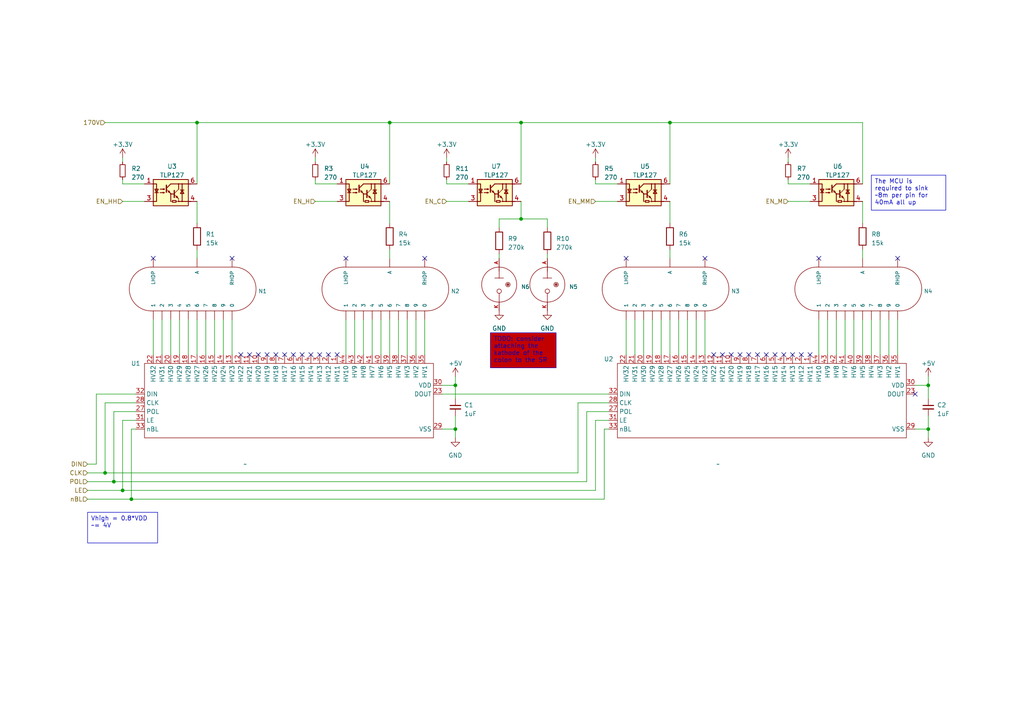
<source format=kicad_sch>
(kicad_sch (version 20230121) (generator eeschema)
  (paper "A4")
  (lib_symbols
    (symbol "CustomParts:HV5523"
      (property "Reference" "U" (at -41.91 3.81 0))
      (symbol "HV5523_0_0"
        (pin unspecified line (at 16.51 3.81 270) (length 2.54) (name "HV11") (number "1"))
        (pin unspecified line (at -6.35 3.81 270) (length 2.54) (name "HV20") (number "10"))
        (pin unspecified line (at -8.89 3.81 270) (length 2.54) (name "HV21") (number "11"))
        (pin unspecified line (at -11.43 3.81 270) (length 2.54) (name "HV22") (number "12"))
        (pin unspecified line (at -13.97 3.81 270) (length 2.54) (name "HV23") (number "13"))
        (pin unspecified line (at -16.51 3.81 270) (length 2.54) (name "HV24") (number "14"))
        (pin unspecified line (at -19.05 3.81 270) (length 2.54) (name "HV25") (number "15"))
        (pin unspecified line (at -21.59 3.81 270) (length 2.54) (name "HV26") (number "16"))
        (pin unspecified line (at -24.13 3.81 270) (length 2.54) (name "HV27") (number "17"))
        (pin unspecified line (at -26.67 3.81 270) (length 2.54) (name "HV28") (number "18"))
        (pin unspecified line (at -29.21 3.81 270) (length 2.54) (name "HV29") (number "19"))
        (pin unspecified line (at 13.97 3.81 270) (length 2.54) (name "HV12") (number "2"))
        (pin unspecified line (at -31.75 3.81 270) (length 2.54) (name "HV30") (number "20"))
        (pin unspecified line (at -34.29 3.81 270) (length 2.54) (name "HV31") (number "21"))
        (pin unspecified line (at -36.83 3.81 270) (length 2.54) (name "HV32") (number "22"))
        (pin output line (at 46.99 -7.62 180) (length 2.54) (name "DOUT") (number "23"))
        (pin no_connect line (at -7.62 -15.24 90) (length 2.54) hide (name "") (number "24"))
        (pin no_connect line (at -7.62 -16.51 90) (length 2.54) hide (name "") (number "25"))
        (pin no_connect line (at -7.62 -16.51 90) (length 2.54) hide (name "") (number "26"))
        (pin input line (at -41.91 -12.7 0) (length 2.54) (name "POL") (number "27"))
        (pin input line (at -41.91 -10.16 0) (length 2.54) (name "CLK") (number "28"))
        (pin input line (at 46.99 -17.78 180) (length 2.54) (name "VSS") (number "29"))
        (pin unspecified line (at 11.43 3.81 270) (length 2.54) (name "HV13") (number "3"))
        (pin input line (at 46.99 -5.08 180) (length 2.54) (name "VDD") (number "30"))
        (pin input line (at -41.91 -15.24 0) (length 2.54) (name "LE") (number "31"))
        (pin input line (at -41.91 -7.62 0) (length 2.54) (name "DIN") (number "32"))
        (pin input line (at -41.91 -17.78 0) (length 2.54) (name "nBL") (number "33"))
        (pin no_connect line (at -7.62 -16.51 90) (length 2.54) hide (name "") (number "34"))
        (pin unspecified line (at 41.91 3.81 270) (length 2.54) (name "HV1") (number "35"))
        (pin unspecified line (at 39.37 3.81 270) (length 2.54) (name "HV2") (number "36"))
        (pin unspecified line (at 36.83 3.81 270) (length 2.54) (name "HV3") (number "37"))
        (pin unspecified line (at 34.29 3.81 270) (length 2.54) (name "HV4") (number "38"))
        (pin unspecified line (at 31.75 3.81 270) (length 2.54) (name "HV5") (number "39"))
        (pin unspecified line (at 8.89 3.81 270) (length 2.54) (name "HV14") (number "4"))
        (pin unspecified line (at 29.21 3.81 270) (length 2.54) (name "HV6") (number "40"))
        (pin unspecified line (at 26.67 3.81 270) (length 2.54) (name "HV7") (number "41"))
        (pin unspecified line (at 24.13 3.81 270) (length 2.54) (name "HV8") (number "42"))
        (pin unspecified line (at 21.59 3.81 270) (length 2.54) (name "HV9") (number "43"))
        (pin unspecified line (at 19.05 3.81 270) (length 2.54) (name "HV10") (number "44"))
        (pin unspecified line (at 46.99 -17.78 180) (length 2.54) hide (name "VSS") (number "45"))
        (pin unspecified line (at 6.35 3.81 270) (length 2.54) (name "HV15") (number "5"))
        (pin unspecified line (at 3.81 3.81 270) (length 2.54) (name "HV16") (number "6"))
        (pin unspecified line (at 1.27 3.81 270) (length 2.54) (name "HV17") (number "7"))
        (pin unspecified line (at -1.27 3.81 270) (length 2.54) (name "HV18") (number "8"))
        (pin unspecified line (at -3.81 3.81 270) (length 2.54) (name "HV19") (number "9"))
      )
      (symbol "HV5523_0_1"
        (rectangle (start -39.37 1.27) (end 44.45 -20.32))
      )
    )
    (symbol "Device:C_Small" (pin_numbers hide) (pin_names (offset 0.254) hide)
      (property "Reference" "C" (at 0.254 1.778 0))
      (property "Value" "C_Small" (at 0.254 -2.032 0))
      (symbol "C_Small_0_1"
        (polyline (pts (xy -1.524 -0.508) (xy 1.524 -0.508)) (stroke (width 0.3302)))
        (polyline (pts (xy -1.524 0.508) (xy 1.524 0.508)) (stroke (width 0.3048)))
      )
      (symbol "C_Small_1_1"
        (pin passive line (at 0 2.54 270) (length 2.032) (name "~") (number "1"))
        (pin passive line (at 0 -2.54 90) (length 2.032) (name "~") (number "2"))
      )
    )
    (symbol "Device:R" (pin_numbers hide) (pin_names (offset 0))
      (property "Reference" "R" (at 2.032 0 90))
      (property "Value" "R" (at 0 0 90))
      (symbol "R_0_1"
        (rectangle (start -1.016 -2.54) (end 1.016 2.54) (stroke (width 0.254)))
      )
      (symbol "R_1_1"
        (pin passive line (at 0 3.81 270) (length 1.27) (name "~") (number "1"))
        (pin passive line (at 0 -3.81 90) (length 1.27) (name "~") (number "2"))
      )
    )
    (symbol "Device:R_Small" (pin_numbers hide) (pin_names (offset 0.254) hide)
      (property "Reference" "R" (at 0.762 0.508 0))
      (property "Value" "R_Small" (at 0.762 -1.016 0))
      (symbol "R_Small_0_1"
        (rectangle (start -0.762 1.778) (end 0.762 -1.778) (stroke (width 0.2032)))
      )
      (symbol "R_Small_1_1"
        (pin passive line (at 0 2.54 270) (length 0.762) (name "~") (number "1"))
        (pin passive line (at 0 -2.54 90) (length 0.762) (name "~") (number "2"))
      )
    )
    (symbol "Isolator:TLP127" (pin_names (offset 1.016))
      (property "Reference" "U" (at -4.826 5.08 0))
      (property "Value" "TLP127" (at -5.207 -5.08 0))
      (symbol "TLP127_0_1"
        (rectangle (start -5.08 3.81) (end 5.08 -3.81) (stroke (width 0.254)) (fill (type background)))
        (rectangle (start 0 -2.54) (end 0.508 -2.54))
        (circle (center 0 -0.381) (radius 0.127))
        (rectangle (start 0 -0.254) (end 0 -2.54) (stroke (width 0.254)))
        (polyline (pts (xy -4.6228 0) (xy -3.6068 0)) (stroke (width 0.254)))
        (polyline (pts (xy -1.27 1.016) (xy 0 -0.254)))
        (polyline (pts (xy -1.27 1.27) (xy 0 2.54)) (stroke (width 0.254)))
        (polyline (pts (xy -1.27 2.159) (xy -1.27 0.127)) (stroke (width 0.3556)))
        (polyline (pts (xy 0 2.54) (xy 5.842 2.54)) (stroke (width 0.254)))
        (polyline (pts (xy 1.016 -0.508) (xy 2.286 -1.778)))
        (polyline (pts (xy 1.016 -0.381) (xy 0 -0.381)) (stroke (width 0.254)))
        (polyline (pts (xy 1.016 -0.254) (xy 2.286 1.016)))
        (polyline (pts (xy 2.286 -2.54) (xy 5.842 -2.54)) (stroke (width 0.254)))
        (polyline (pts (xy 2.286 -1.778) (xy 2.286 -2.54)))
        (polyline (pts (xy 2.286 1.016) (xy 2.286 2.54)) (stroke (width 0.254)))
        (polyline (pts (xy 2.794 0.762) (xy 3.81 0.762)) (stroke (width 0.254)))
        (polyline (pts (xy 3.302 -2.54) (xy 3.302 2.54)) (stroke (width 0.254)))
        (polyline (pts (xy 3.302 0.635) (xy 3.302 2.54)))
        (polyline (pts (xy 1.016 0.635) (xy 1.016 -1.397) (xy 1.016 -1.397)) (stroke (width 0.3556)))
        (polyline (pts (xy -5.08 2.54) (xy -4.1148 2.54) (xy -4.1148 -2.54) (xy -5.08 -2.54)) (stroke (width 0.254)))
        (polyline (pts (xy -4.1148 0) (xy -3.6068 1.016) (xy -4.6228 1.016) (xy -4.1148 0)) (stroke (width 0.254)))
        (polyline (pts (xy -0.254 0) (xy -0.508 0.508) (xy -0.762 0.254) (xy -0.254 0)) (stroke (width 0.254)))
        (polyline (pts (xy 2.032 -1.524) (xy 1.778 -1.016) (xy 1.524 -1.27) (xy 2.032 -1.524)) (stroke (width 0.254)))
        (polyline (pts (xy 3.302 0.762) (xy 2.794 -0.254) (xy 3.81 -0.254) (xy 3.302 0.762)) (stroke (width 0.254)))
        (polyline (pts (xy -3.0988 0) (xy -1.8288 0) (xy -2.2098 -0.127) (xy -2.2098 0.127) (xy -1.8288 0)) (stroke (width 0.254)))
        (polyline (pts (xy -3.048 1.016) (xy -1.778 1.016) (xy -2.159 0.889) (xy -2.159 1.143) (xy -1.778 1.016)) (stroke (width 0.254)))
        (rectangle (start 0.508 -2.286) (end 1.524 -2.794) (stroke (width 0.254)))
        (rectangle (start 1.524 -2.54) (end 2.286 -2.54))
        (circle (center 2.286 -2.54) (radius 0.127))
        (circle (center 2.286 2.54) (radius 0.127))
        (circle (center 3.302 -2.54) (radius 0.127))
        (circle (center 3.302 2.54) (radius 0.127))
      )
      (symbol "TLP127_1_1"
        (pin passive line (at -7.62 2.54 0) (length 2.54) (name "~") (number "1"))
        (pin passive line (at -7.62 -2.54 0) (length 2.54) (name "~") (number "3"))
        (pin passive line (at 7.62 -2.54 180) (length 2.54) (name "~") (number "4"))
        (pin open_collector line (at 7.62 2.54 180) (length 2.54) (name "~") (number "6"))
      )
    )
    (symbol "nixies-us:IN-14" (pin_numbers hide) (pin_names (offset 1.016))
      (property "Reference" "N" (at -2.54 18.415 0))
      (symbol "IN-14_1_0"
        (polyline (pts (xy -5.08 -13.335) (xy -5.08 10.795)))
        (polyline (pts (xy 7.62 -13.335) (xy 7.62 10.795)))
      )
      (symbol "IN-14_1_1"
        (arc (start -5.08 -13.335) (mid 1.27 -19.6574) (end 7.62 -13.335))
        (arc (start 7.62 10.795) (mid 1.27 17.1174) (end -5.08 10.795))
        (pin bidirectional line (at -7.62 -12.7 0) (length 2.54) (name "0") (number "0"))
        (pin bidirectional line (at -7.62 10.16 0) (length 2.54) (name "1") (number "1"))
        (pin bidirectional line (at -7.62 7.62 0) (length 2.54) (name "2") (number "2"))
        (pin bidirectional line (at -7.62 5.08 0) (length 2.54) (name "3") (number "3"))
        (pin bidirectional line (at -7.62 2.54 0) (length 2.54) (name "4") (number "4"))
        (pin bidirectional line (at -7.62 0 0) (length 2.54) (name "5") (number "5"))
        (pin bidirectional line (at -7.62 -2.54 0) (length 2.54) (name "6") (number "6"))
        (pin bidirectional line (at -7.62 -5.08 0) (length 2.54) (name "7") (number "7"))
        (pin bidirectional line (at -7.62 -7.62 0) (length 2.54) (name "8") (number "8"))
        (pin bidirectional line (at -7.62 -10.16 0) (length 2.54) (name "9") (number "9"))
        (pin bidirectional line (at 10.16 -2.54 180) (length 2.54) (name "A") (number "A"))
        (pin bidirectional line (at 10.16 10.16 180) (length 2.54) (name "LHDP") (number "LHDP"))
        (pin bidirectional line (at 10.16 -12.7 180) (length 2.54) (name "RHDP") (number "RHDP"))
      )
    )
    (symbol "nixies-us:IN-3" (pin_names (offset 1.016) hide)
      (property "Reference" "N" (at 1.27 3.175 0))
      (symbol "IN-3_1_0"
        (polyline (pts (xy 0 -2.54) (xy 0.635 -2.54)))
        (polyline (pts (xy 0.635 -2.54) (xy 0 -2.54)))
        (polyline (pts (xy 0.635 -2.54) (xy 3.175 -2.54)))
        (polyline (pts (xy 1.27 -2.54) (xy 0.635 -2.54)))
        (polyline (pts (xy 3.175 -2.54) (xy 3.175 -3.81)))
        (polyline (pts (xy 3.175 -2.54) (xy 3.175 -1.27)))
        (polyline (pts (xy 4.7498 0) (xy 5.08 0)))
        (polyline (pts (xy 5.08 0) (xy 5.08 -0.3048)))
        (polyline (pts (xy 5.08 0) (xy 5.08 0.3048)))
        (polyline (pts (xy 5.08 0) (xy 5.3848 0)))
        (polyline (pts (xy 10.16 -2.54) (xy 7.62 -2.54)))
      )
      (symbol "IN-3_1_1"
        (circle (center 5.08 -2.54) (radius 5.08))
        (circle (center 5.08 0) (radius 0.3048))
        (circle (center 5.08 0) (radius 0.635))
        (circle (center 6.985 -2.54) (radius 0.635))
        (pin bidirectional line (at -2.54 -2.54 0) (length 2.54) (name "A") (number "A"))
        (pin bidirectional line (at 12.7 -2.54 180) (length 2.54) (name "K") (number "K"))
      )
    )
    (symbol "power:+3.3V" (power) (pin_names (offset 0))
      (property "Value" "+3.3V" (at 0 3.556 0))
      (symbol "+3.3V_0_1"
        (polyline (pts (xy -0.762 1.27) (xy 0 2.54)))
        (polyline (pts (xy 0 0) (xy 0 2.54)))
        (polyline (pts (xy 0 2.54) (xy 0.762 1.27)))
      )
      (symbol "+3.3V_1_1"
        (pin power_in line (at 0 0 90) (length 0) hide (name "+3.3V") (number "1"))
      )
    )
    (symbol "power:+5V" (power) (pin_names (offset 0))
      (property "Value" "+5V" (at 0 3.556 0))
      (symbol "+5V_0_1"
        (polyline (pts (xy -0.762 1.27) (xy 0 2.54)))
        (polyline (pts (xy 0 0) (xy 0 2.54)))
        (polyline (pts (xy 0 2.54) (xy 0.762 1.27)))
      )
      (symbol "+5V_1_1"
        (pin power_in line (at 0 0 90) (length 0) hide (name "+5V") (number "1"))
      )
    )
    (symbol "power:GND" (power) (pin_names (offset 0))
      (property "Value" "GND" (at 0 -3.81 0))
      (symbol "GND_0_1"
        (polyline (pts (xy 0 0) (xy 0 -1.27) (xy 1.27 -1.27) (xy 0 -2.54) (xy -1.27 -1.27) (xy 0 -1.27)))
      )
      (symbol "GND_1_1"
        (pin power_in line (at 0 0 270) (length 0) hide (name "GND") (number "1"))
      )
    )
  )
  (junction (at 194.31 35.56))
  (junction (at 30.48 137.16))
  (junction (at 35.56 142.24))
  (junction (at 151.13 35.56))
  (junction (at 269.24 124.46))
  (junction (at 113.03 35.56))
  (junction (at 151.13 63.5))
  (junction (at 132.08 111.76))
  (junction (at 33.02 139.7))
  (junction (at 132.08 124.46))
  (junction (at 57.15 35.56))
  (junction (at 38.1 144.78))
  (junction (at 269.24 111.76))
  (no_connect (at 123.19 74.93))
  (no_connect (at 97.79 102.87))
  (no_connect (at 44.45 74.93))
  (no_connect (at 265.43 114.3))
  (no_connect (at 181.61 74.93))
  (no_connect (at 207.01 102.87))
  (no_connect (at 212.09 102.87))
  (no_connect (at 92.71 102.87))
  (no_connect (at 209.55 102.87))
  (no_connect (at 232.41 102.87))
  (no_connect (at 204.47 74.93))
  (no_connect (at 74.93 102.87))
  (no_connect (at 87.63 102.87))
  (no_connect (at 260.35 74.93))
  (no_connect (at 217.17 102.87))
  (no_connect (at 222.25 102.87))
  (no_connect (at 229.87 102.87))
  (no_connect (at 90.17 102.87))
  (no_connect (at 67.31 74.93))
  (no_connect (at 69.85 102.87))
  (no_connect (at 227.33 102.87))
  (no_connect (at 95.25 102.87))
  (no_connect (at 237.49 74.93))
  (no_connect (at 72.39 102.87))
  (no_connect (at 100.33 74.93))
  (no_connect (at 224.79 102.87))
  (no_connect (at 219.71 102.87))
  (no_connect (at 85.09 102.87))
  (no_connect (at 214.63 102.87))
  (no_connect (at 77.47 102.87))
  (no_connect (at 80.01 102.87))
  (no_connect (at 234.95 102.87))
  (no_connect (at 82.55 102.87))
  (wire (pts (xy 25.4 139.7) (xy 33.02 139.7)))
  (wire (pts (xy 132.08 120.65) (xy 132.08 124.46)))
  (wire (pts (xy 129.54 52.07) (xy 129.54 53.34)))
  (wire (pts (xy 242.57 102.87) (xy 242.57 92.71)))
  (wire (pts (xy 57.15 102.87) (xy 57.15 92.71)))
  (wire (pts (xy 35.56 52.07) (xy 35.56 53.34)))
  (wire (pts (xy 52.07 102.87) (xy 52.07 92.71)))
  (wire (pts (xy 240.03 102.87) (xy 240.03 92.71)))
  (wire (pts (xy 25.4 144.78) (xy 38.1 144.78)))
  (wire (pts (xy 194.31 58.42) (xy 194.31 64.77)))
  (wire (pts (xy 25.4 134.62) (xy 27.94 134.62)))
  (wire (pts (xy 167.64 116.84) (xy 176.53 116.84)))
  (wire (pts (xy 57.15 35.56) (xy 113.03 35.56)))
  (wire (pts (xy 189.23 102.87) (xy 189.23 92.71)))
  (wire (pts (xy 132.08 109.22) (xy 132.08 111.76)))
  (wire (pts (xy 194.31 72.39) (xy 194.31 74.93)))
  (wire (pts (xy 204.47 102.87) (xy 204.47 92.71)))
  (wire (pts (xy 250.19 72.39) (xy 250.19 74.93)))
  (wire (pts (xy 196.85 102.87) (xy 196.85 92.71)))
  (wire (pts (xy 113.03 102.87) (xy 113.03 92.71)))
  (wire (pts (xy 128.27 111.76) (xy 132.08 111.76)))
  (wire (pts (xy 62.23 102.87) (xy 62.23 92.71)))
  (wire (pts (xy 67.31 102.87) (xy 67.31 92.71)))
  (wire (pts (xy 27.94 134.62) (xy 27.94 114.3)))
  (wire (pts (xy 269.24 109.22) (xy 269.24 111.76)))
  (wire (pts (xy 113.03 58.42) (xy 113.03 64.77)))
  (wire (pts (xy 191.77 102.87) (xy 191.77 92.71)))
  (wire (pts (xy 194.31 35.56) (xy 250.19 35.56)))
  (wire (pts (xy 167.64 137.16) (xy 167.64 116.84)))
  (wire (pts (xy 252.73 102.87) (xy 252.73 92.71)))
  (wire (pts (xy 260.35 102.87) (xy 260.35 92.71)))
  (wire (pts (xy 35.56 142.24) (xy 35.56 121.92)))
  (wire (pts (xy 199.39 102.87) (xy 199.39 92.71)))
  (wire (pts (xy 250.19 102.87) (xy 250.19 92.71)))
  (wire (pts (xy 110.49 102.87) (xy 110.49 92.71)))
  (wire (pts (xy 100.33 102.87) (xy 100.33 92.71)))
  (wire (pts (xy 144.78 63.5) (xy 144.78 66.04)))
  (wire (pts (xy 25.4 142.24) (xy 35.56 142.24)))
  (wire (pts (xy 54.61 102.87) (xy 54.61 92.71)))
  (wire (pts (xy 35.56 45.72) (xy 35.56 46.99)))
  (wire (pts (xy 132.08 124.46) (xy 132.08 127)))
  (wire (pts (xy 25.4 137.16) (xy 30.48 137.16)))
  (wire (pts (xy 30.48 137.16) (xy 30.48 116.84)))
  (wire (pts (xy 265.43 111.76) (xy 269.24 111.76)))
  (wire (pts (xy 151.13 35.56) (xy 194.31 35.56)))
  (wire (pts (xy 129.54 45.72) (xy 129.54 46.99)))
  (wire (pts (xy 201.93 102.87) (xy 201.93 92.71)))
  (wire (pts (xy 91.44 52.07) (xy 91.44 53.34)))
  (wire (pts (xy 97.79 58.42) (xy 91.44 58.42)))
  (wire (pts (xy 135.89 58.42) (xy 129.54 58.42)))
  (wire (pts (xy 115.57 102.87) (xy 115.57 92.71)))
  (wire (pts (xy 128.27 114.3) (xy 176.53 114.3)))
  (wire (pts (xy 151.13 35.56) (xy 151.13 53.34)))
  (wire (pts (xy 59.69 102.87) (xy 59.69 92.71)))
  (wire (pts (xy 257.81 102.87) (xy 257.81 92.71)))
  (wire (pts (xy 144.78 73.66) (xy 144.78 74.93)))
  (wire (pts (xy 33.02 139.7) (xy 170.18 139.7)))
  (wire (pts (xy 102.87 102.87) (xy 102.87 92.71)))
  (wire (pts (xy 186.69 102.87) (xy 186.69 92.71)))
  (wire (pts (xy 113.03 35.56) (xy 113.03 53.34)))
  (wire (pts (xy 35.56 53.34) (xy 41.91 53.34)))
  (wire (pts (xy 35.56 121.92) (xy 39.37 121.92)))
  (wire (pts (xy 30.48 116.84) (xy 39.37 116.84)))
  (wire (pts (xy 30.48 137.16) (xy 167.64 137.16)))
  (wire (pts (xy 269.24 124.46) (xy 269.24 127)))
  (wire (pts (xy 132.08 111.76) (xy 132.08 115.57)))
  (wire (pts (xy 35.56 142.24) (xy 172.72 142.24)))
  (wire (pts (xy 129.54 53.34) (xy 135.89 53.34)))
  (wire (pts (xy 158.75 73.66) (xy 158.75 74.93)))
  (wire (pts (xy 151.13 63.5) (xy 144.78 63.5)))
  (wire (pts (xy 38.1 124.46) (xy 39.37 124.46)))
  (wire (pts (xy 175.26 144.78) (xy 175.26 124.46)))
  (wire (pts (xy 38.1 144.78) (xy 175.26 144.78)))
  (wire (pts (xy 57.15 35.56) (xy 57.15 53.34)))
  (wire (pts (xy 113.03 72.39) (xy 113.03 74.93)))
  (wire (pts (xy 194.31 102.87) (xy 194.31 92.71)))
  (wire (pts (xy 172.72 45.72) (xy 172.72 46.99)))
  (wire (pts (xy 105.41 102.87) (xy 105.41 92.71)))
  (wire (pts (xy 170.18 119.38) (xy 176.53 119.38)))
  (wire (pts (xy 38.1 144.78) (xy 38.1 124.46)))
  (wire (pts (xy 269.24 111.76) (xy 269.24 115.57)))
  (wire (pts (xy 181.61 102.87) (xy 181.61 92.71)))
  (wire (pts (xy 57.15 58.42) (xy 57.15 64.77)))
  (wire (pts (xy 27.94 114.3) (xy 39.37 114.3)))
  (wire (pts (xy 269.24 120.65) (xy 269.24 124.46)))
  (wire (pts (xy 170.18 139.7) (xy 170.18 119.38)))
  (wire (pts (xy 228.6 52.07) (xy 228.6 53.34)))
  (wire (pts (xy 118.11 102.87) (xy 118.11 92.71)))
  (wire (pts (xy 179.07 58.42) (xy 172.72 58.42)))
  (wire (pts (xy 250.19 58.42) (xy 250.19 64.77)))
  (wire (pts (xy 123.19 102.87) (xy 123.19 92.71)))
  (wire (pts (xy 107.95 102.87) (xy 107.95 92.71)))
  (wire (pts (xy 250.19 35.56) (xy 250.19 53.34)))
  (wire (pts (xy 175.26 124.46) (xy 176.53 124.46)))
  (wire (pts (xy 151.13 58.42) (xy 151.13 63.5)))
  (wire (pts (xy 269.24 124.46) (xy 265.43 124.46)))
  (wire (pts (xy 91.44 45.72) (xy 91.44 46.99)))
  (wire (pts (xy 172.72 52.07) (xy 172.72 53.34)))
  (wire (pts (xy 184.15 102.87) (xy 184.15 92.71)))
  (wire (pts (xy 158.75 63.5) (xy 158.75 66.04)))
  (wire (pts (xy 228.6 53.34) (xy 234.95 53.34)))
  (wire (pts (xy 57.15 72.39) (xy 57.15 74.93)))
  (wire (pts (xy 247.65 102.87) (xy 247.65 92.71)))
  (wire (pts (xy 46.99 102.87) (xy 46.99 92.71)))
  (wire (pts (xy 33.02 119.38) (xy 39.37 119.38)))
  (wire (pts (xy 64.77 102.87) (xy 64.77 92.71)))
  (wire (pts (xy 49.53 102.87) (xy 49.53 92.71)))
  (wire (pts (xy 172.72 121.92) (xy 176.53 121.92)))
  (wire (pts (xy 237.49 102.87) (xy 237.49 92.71)))
  (wire (pts (xy 91.44 53.34) (xy 97.79 53.34)))
  (wire (pts (xy 41.91 58.42) (xy 35.56 58.42)))
  (wire (pts (xy 255.27 102.87) (xy 255.27 92.71)))
  (wire (pts (xy 172.72 142.24) (xy 172.72 121.92)))
  (wire (pts (xy 228.6 45.72) (xy 228.6 46.99)))
  (wire (pts (xy 245.11 102.87) (xy 245.11 92.71)))
  (wire (pts (xy 151.13 63.5) (xy 158.75 63.5)))
  (wire (pts (xy 113.03 35.56) (xy 151.13 35.56)))
  (wire (pts (xy 30.48 35.56) (xy 57.15 35.56)))
  (wire (pts (xy 194.31 35.56) (xy 194.31 53.34)))
  (wire (pts (xy 172.72 53.34) (xy 179.07 53.34)))
  (wire (pts (xy 33.02 139.7) (xy 33.02 119.38)))
  (wire (pts (xy 234.95 58.42) (xy 228.6 58.42)))
  (wire (pts (xy 120.65 102.87) (xy 120.65 92.71)))
  (wire (pts (xy 44.45 102.87) (xy 44.45 92.71)))
  (wire (pts (xy 132.08 124.46) (xy 128.27 124.46)))
  (text_box "TODO: consider attaching the kathode of the colon to the SR" (at 142.24 96.52 0) (size 19.05 10.16) (fill (type color) (color 194 0 0 1)) (effects (font (size 1.27 1.27)) (justify left top)))
  (text_box "The MCU is required to sink ~8m per pin for 40mA all up" (at 252.73 50.8 0) (size 21.59 10.16) (effects (font (size 1.27 1.27)) (justify left top)))
  (text_box "Vhigh = 0.8*VDD\n~= 4V" (at 25.4 148.59 0) (size 20.32 8.89) (effects (font (size 1.27 1.27)) (justify left top)))
  (hierarchical_label "EN_H" (shape input) (at 91.44 58.42 180))
  (hierarchical_label "CLK" (shape input) (at 25.4 137.16 180))
  (hierarchical_label "nBL" (shape input) (at 25.4 144.78 180))
  (hierarchical_label "EN_HH" (shape input) (at 35.56 58.42 180))
  (hierarchical_label "POL" (shape input) (at 25.4 139.7 180))
  (hierarchical_label "LE" (shape input) (at 25.4 142.24 180))
  (hierarchical_label "EN_M" (shape input) (at 228.6 58.42 180))
  (hierarchical_label "EN_MM" (shape input) (at 172.72 58.42 180))
  (hierarchical_label "EN_C" (shape input) (at 129.54 58.42 180))
  (hierarchical_label "DIN" (shape input) (at 25.4 134.62 180))
  (hierarchical_label "170V" (shape input) (at 30.48 35.56 180))
  (symbol (lib_id "Device:R") (at 250.19 68.58 0) (unit 1)
    (property "Reference" "R8" (at 252.73 67.945 0) (effects (justify left)))
    (property "Value" "15k" (at 252.73 70.485 0) (effects (justify left)))
    (property "Watts" "0.25W" (effects hide))
  )
  (symbol (lib_id "nixies-us:IN-14") (at 247.65 85.09 90) (unit 1)
    (property "Reference" "N4" (at 267.97 84.455 90) (effects (font (size 1.143 1.143)) (justify right)))
    (property "Value" "IN-14" (effects hide))
    (property "Footprint" "nixies-us_IN-14" (effects hide))
  )
  (symbol (lib_id "Device:R") (at 158.75 69.85 0) (unit 1)
    (property "Reference" "R10" (at 161.29 69.215 0) (effects (justify left)))
    (property "Value" "270k" (at 161.29 71.755 0) (effects (justify left)))
  )
  (symbol (lib_id "Isolator:TLP127") (at 105.41 55.88 0) (unit 1)
    (property "Reference" "U4" (at 105.791 48.26 0))
    (property "Value" "TLP127" (at 105.791 50.8 0))
    (property "Footprint" "Package_SO:MFSOP6-4_4.4x3.6mm_P1.27mm" (effects hide))
    (property "Datasheet" "https://toshiba.semicon-storage.com/info/docget.jsp?did=16902&prodName=TLP127" (effects hide))
  )
  (symbol (lib_id "Isolator:TLP127") (at 143.51 55.88 0) (unit 1)
    (property "Reference" "U7" (at 143.891 48.26 0))
    (property "Value" "TLP127" (at 143.891 50.8 0))
    (property "Footprint" "Package_SO:MFSOP6-4_4.4x3.6mm_P1.27mm" (effects hide))
    (property "Datasheet" "https://toshiba.semicon-storage.com/info/docget.jsp?did=16902&prodName=TLP127" (effects hide))
  )
  (symbol (lib_id "power:GND") (at 269.24 127 0) (unit 1)
    (property "Reference" "#PWR011" (effects hide))
    (property "Value" "GND" (at 269.24 132.08 0))
  )
  (symbol (lib_id "nixies-us:IN-3") (at 147.32 77.47 270) (unit 1)
    (property "Reference" "N6" (at 151.13 83.185 90) (effects (font (size 1.143 1.143)) (justify left)))
    (property "Value" "IN-3" (effects hide))
    (property "Footprint" "nixies-us_IN-3" (effects hide))
  )
  (symbol (lib_id "Device:R_Small") (at 172.72 49.53 0) (unit 1)
    (property "Reference" "R5" (at 175.26 48.895 0) (effects (justify left)))
    (property "Value" "270" (at 175.26 51.435 0) (effects (justify left)))
  )
  (symbol (lib_id "Device:C_Small") (at 132.08 118.11 0) (unit 1)
    (property "Reference" "C1" (at 134.62 117.4813 0) (effects (justify left)))
    (property "Value" "1uF" (at 134.62 120.0213 0) (effects (justify left)))
  )
  (symbol (lib_id "Device:C_Small") (at 269.24 118.11 0) (unit 1)
    (property "Reference" "C2" (at 271.78 117.4813 0) (effects (justify left)))
    (property "Value" "1uF" (at 271.78 120.0213 0) (effects (justify left)))
  )
  (symbol (lib_id "power:+5V") (at 132.08 109.22 0) (unit 1)
    (property "Reference" "#PWR08" (effects hide))
    (property "Value" "+5V" (at 132.08 105.41 0))
  )
  (symbol (lib_id "Device:R_Small") (at 35.56 49.53 0) (unit 1)
    (property "Reference" "R2" (at 38.1 48.895 0) (effects (justify left)))
    (property "Value" "270" (at 38.1 51.435 0) (effects (justify left)))
  )
  (symbol (lib_id "Device:R") (at 113.03 68.58 0) (unit 1)
    (property "Reference" "R4" (at 115.57 67.945 0) (effects (justify left)))
    (property "Value" "15k" (at 115.57 70.485 0) (effects (justify left)))
    (property "Watts" "0.25W" (effects hide))
  )
  (symbol (lib_id "power:+3.3V") (at 129.54 45.72 0) (unit 1)
    (property "Reference" "#PWR05" (effects hide))
    (property "Value" "+3.3V" (at 129.54 41.91 0))
  )
  (symbol (lib_id "CustomParts:HV5523") (at 218.44 106.68 0) (unit 1)
    (property "Reference" "U2" (at 176.53 104.14 0))
    (property "Value" "~" (at 208.28 134.62 0))
    (property "Footprint" "Package_DFN_QFN:QFN-44-1EP_7x7mm_P0.5mm_EP5.15x5.15mm" (effects hide))
  )
  (symbol (lib_id "Device:R") (at 194.31 68.58 0) (unit 1)
    (property "Reference" "R6" (at 196.85 67.945 0) (effects (justify left)))
    (property "Value" "15k" (at 196.85 70.485 0) (effects (justify left)))
    (property "Watts" "0.25W" (effects hide))
  )
  (symbol (lib_id "Device:R_Small") (at 129.54 49.53 0) (unit 1)
    (property "Reference" "R11" (at 132.08 48.895 0) (effects (justify left)))
    (property "Value" "270" (at 132.08 51.435 0) (effects (justify left)))
  )
  (symbol (lib_id "nixies-us:IN-14") (at 191.77 85.09 90) (unit 1)
    (property "Reference" "N3" (at 212.09 84.455 90) (effects (font (size 1.143 1.143)) (justify right)))
    (property "Value" "IN-14" (effects hide))
    (property "Footprint" "nixies-us_IN-14" (effects hide))
  )
  (symbol (lib_id "Device:R_Small") (at 91.44 49.53 0) (unit 1)
    (property "Reference" "R3" (at 93.98 48.895 0) (effects (justify left)))
    (property "Value" "270" (at 93.98 51.435 0) (effects (justify left)))
  )
  (symbol (lib_id "power:+3.3V") (at 35.56 45.72 0) (unit 1)
    (property "Reference" "#PWR01" (effects hide))
    (property "Value" "+3.3V" (at 35.56 41.91 0))
  )
  (symbol (lib_id "nixies-us:IN-14") (at 110.49 85.09 90) (unit 1)
    (property "Reference" "N2" (at 130.81 84.455 90) (effects (font (size 1.143 1.143)) (justify right)))
    (property "Value" "IN-14" (effects hide))
    (property "Footprint" "nixies-us_IN-14" (effects hide))
  )
  (symbol (lib_id "power:+3.3V") (at 172.72 45.72 0) (unit 1)
    (property "Reference" "#PWR03" (effects hide))
    (property "Value" "+3.3V" (at 172.72 41.91 0))
  )
  (symbol (lib_id "power:+5V") (at 269.24 109.22 0) (unit 1)
    (property "Reference" "#PWR010" (effects hide))
    (property "Value" "+5V" (at 269.24 105.41 0))
  )
  (symbol (lib_id "Device:R_Small") (at 228.6 49.53 0) (unit 1)
    (property "Reference" "R7" (at 231.14 48.895 0) (effects (justify left)))
    (property "Value" "270" (at 231.14 51.435 0) (effects (justify left)))
  )
  (symbol (lib_id "power:GND") (at 144.78 90.17 0) (unit 1)
    (property "Reference" "#PWR06" (effects hide))
    (property "Value" "GND" (at 144.78 95.25 0))
  )
  (symbol (lib_id "CustomParts:HV5523") (at 81.28 106.68 0) (unit 1)
    (property "Reference" "U1" (at 39.37 105.41 0))
    (property "Value" "~" (at 71.12 134.62 0))
    (property "Footprint" "Package_DFN_QFN:QFN-44-1EP_7x7mm_P0.5mm_EP5.15x5.15mm" (effects hide))
  )
  (symbol (lib_id "power:+3.3V") (at 228.6 45.72 0) (unit 1)
    (property "Reference" "#PWR04" (effects hide))
    (property "Value" "+3.3V" (at 228.6 41.91 0))
  )
  (symbol (lib_id "power:GND") (at 132.08 127 0) (unit 1)
    (property "Reference" "#PWR09" (effects hide))
    (property "Value" "GND" (at 132.08 132.08 0))
  )
  (symbol (lib_id "Isolator:TLP127") (at 186.69 55.88 0) (unit 1)
    (property "Reference" "U5" (at 187.071 48.26 0))
    (property "Value" "TLP127" (at 187.071 50.8 0))
    (property "Footprint" "Package_SO:MFSOP6-4_4.4x3.6mm_P1.27mm" (effects hide))
    (property "Datasheet" "https://toshiba.semicon-storage.com/info/docget.jsp?did=16902&prodName=TLP127" (effects hide))
  )
  (symbol (lib_id "Device:R") (at 57.15 68.58 0) (unit 1)
    (property "Reference" "R1" (at 59.69 67.945 0) (effects (justify left)))
    (property "Value" "15k" (at 59.69 70.485 0) (effects (justify left)))
    (property "Watts" "0.25W" (effects hide))
  )
  (symbol (lib_id "power:+3.3V") (at 91.44 45.72 0) (unit 1)
    (property "Reference" "#PWR02" (effects hide))
    (property "Value" "+3.3V" (at 91.44 41.91 0))
  )
  (symbol (lib_id "Isolator:TLP127") (at 242.57 55.88 0) (unit 1)
    (property "Reference" "U6" (at 242.951 48.26 0))
    (property "Value" "TLP127" (at 242.951 50.8 0))
    (property "Footprint" "Package_SO:MFSOP6-4_4.4x3.6mm_P1.27mm" (effects hide))
    (property "Datasheet" "https://toshiba.semicon-storage.com/info/docget.jsp?did=16902&prodName=TLP127" (effects hide))
  )
  (symbol (lib_id "nixies-us:IN-14") (at 54.61 85.09 90) (unit 1)
    (property "Reference" "N1" (at 74.93 84.455 90) (effects (font (size 1.143 1.143)) (justify right)))
    (property "Value" "IN-14" (effects hide))
    (property "Footprint" "nixies-us_IN-14" (effects hide))
  )
  (symbol (lib_id "Device:R") (at 144.78 69.85 0) (unit 1)
    (property "Reference" "R9" (at 147.32 69.215 0) (effects (justify left)))
    (property "Value" "270k" (at 147.32 71.755 0) (effects (justify left)))
  )
  (symbol (lib_id "Isolator:TLP127") (at 49.53 55.88 0) (unit 1)
    (property "Reference" "U3" (at 49.911 48.26 0))
    (property "Value" "TLP127" (at 49.911 50.8 0))
    (property "Footprint" "Package_SO:MFSOP6-4_4.4x3.6mm_P1.27mm" (effects hide))
    (property "Datasheet" "https://toshiba.semicon-storage.com/info/docget.jsp?did=16902&prodName=TLP127" (effects hide))
  )
  (symbol (lib_id "power:GND") (at 158.75 90.17 0) (unit 1)
    (property "Reference" "#PWR07" (effects hide))
    (property "Value" "GND" (at 158.75 95.25 0))
  )
  (symbol (lib_id "nixies-us:IN-3") (at 161.29 77.47 270) (unit 1)
    (property "Reference" "N5" (at 165.1 83.185 90) (effects (font (size 1.143 1.143)) (justify left)))
    (property "Value" "IN-3" (effects hide))
    (property "Footprint" "nixies-us_IN-3" (effects hide))
  )
)
</source>
